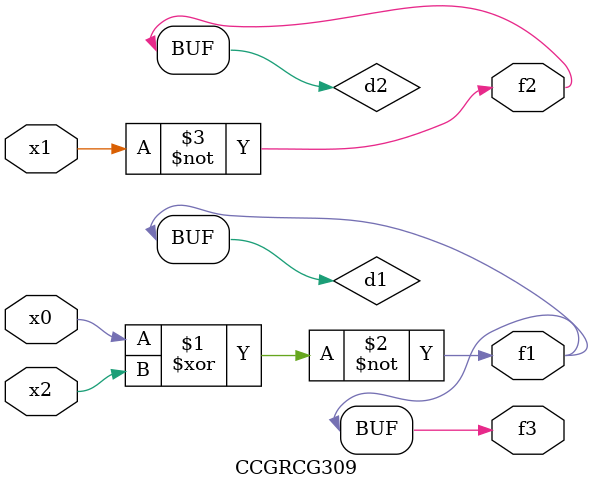
<source format=v>
module CCGRCG309(
	input x0, x1, x2,
	output f1, f2, f3
);

	wire d1, d2, d3;

	xnor (d1, x0, x2);
	nand (d2, x1);
	nor (d3, x1, x2);
	assign f1 = d1;
	assign f2 = d2;
	assign f3 = d1;
endmodule

</source>
